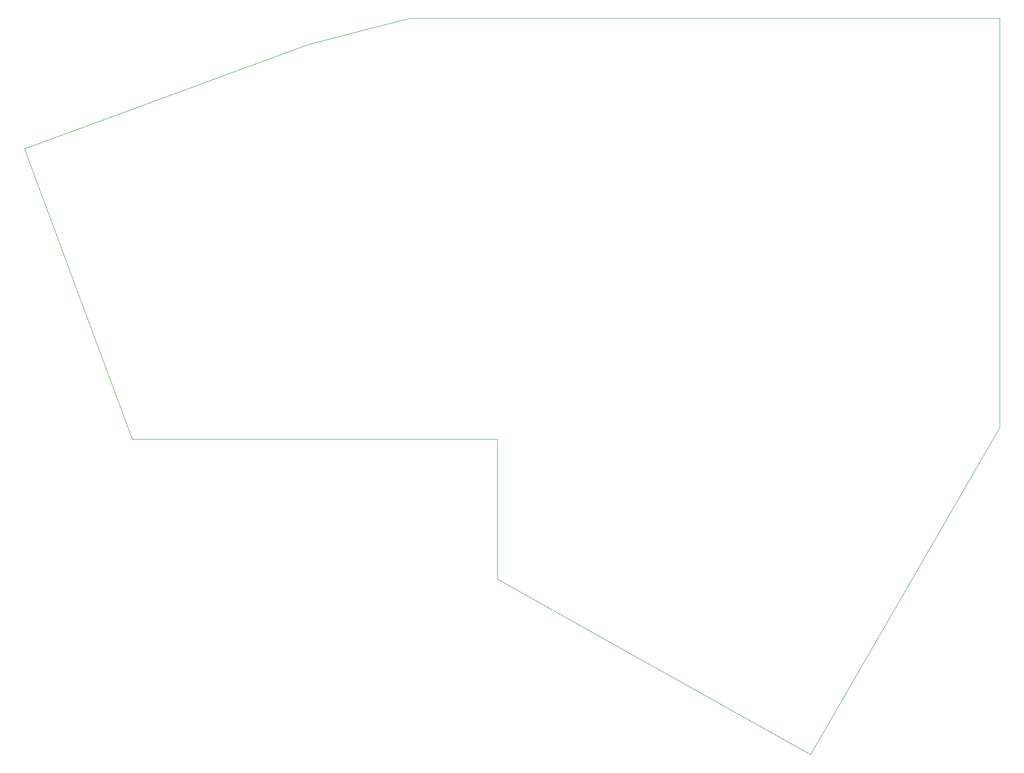
<source format=gbr>
%TF.GenerationSoftware,KiCad,Pcbnew,9.0.2*%
%TF.CreationDate,2025-06-09T23:03:00-05:00*%
%TF.ProjectId,keyboard,6b657962-6f61-4726-942e-6b696361645f,rev?*%
%TF.SameCoordinates,Original*%
%TF.FileFunction,Profile,NP*%
%FSLAX46Y46*%
G04 Gerber Fmt 4.6, Leading zero omitted, Abs format (unit mm)*
G04 Created by KiCad (PCBNEW 9.0.2) date 2025-06-09 23:03:00*
%MOMM*%
%LPD*%
G01*
G04 APERTURE LIST*
%TA.AperFunction,Profile*%
%ADD10C,0.050000*%
%TD*%
G04 APERTURE END LIST*
D10*
X182275000Y-160485000D02*
X219095000Y-96745000D01*
X29210000Y-42545000D02*
X84455000Y-22225000D01*
X174625000Y-156210000D02*
X182275000Y-160485000D01*
X50165000Y-99060000D02*
X116840000Y-99060000D01*
X84455000Y-22225000D02*
X104140000Y-17145000D01*
X116840000Y-99060000D02*
X120015000Y-99060000D01*
X29210000Y-42545000D02*
X50165000Y-99060000D01*
X120015000Y-99060000D02*
X121285000Y-99060000D01*
X121285000Y-126365000D02*
X174625000Y-156210000D01*
X219095000Y-96745000D02*
X219075000Y-17145000D01*
X121285000Y-124460000D02*
X121285000Y-126365000D01*
X121285000Y-99060000D02*
X121285000Y-124460000D01*
X104140000Y-17145000D02*
X218440000Y-17145000D01*
X219075000Y-17145000D02*
X218440000Y-17145000D01*
M02*

</source>
